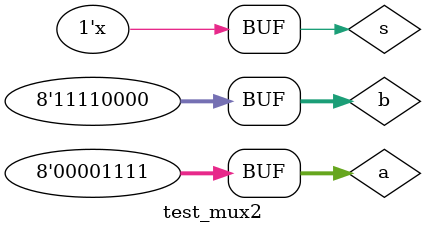
<source format=v>
module test_mux2;

reg s;
reg[7:0]a,b;
wire[7:0] y;

mux2 tmux2(a,b,s,y);

initial begin
a = 8'b0000_1111;
b = 8'b1111_0000;
s = 1;
end

always #10 s = ~s;

endmodule

</source>
